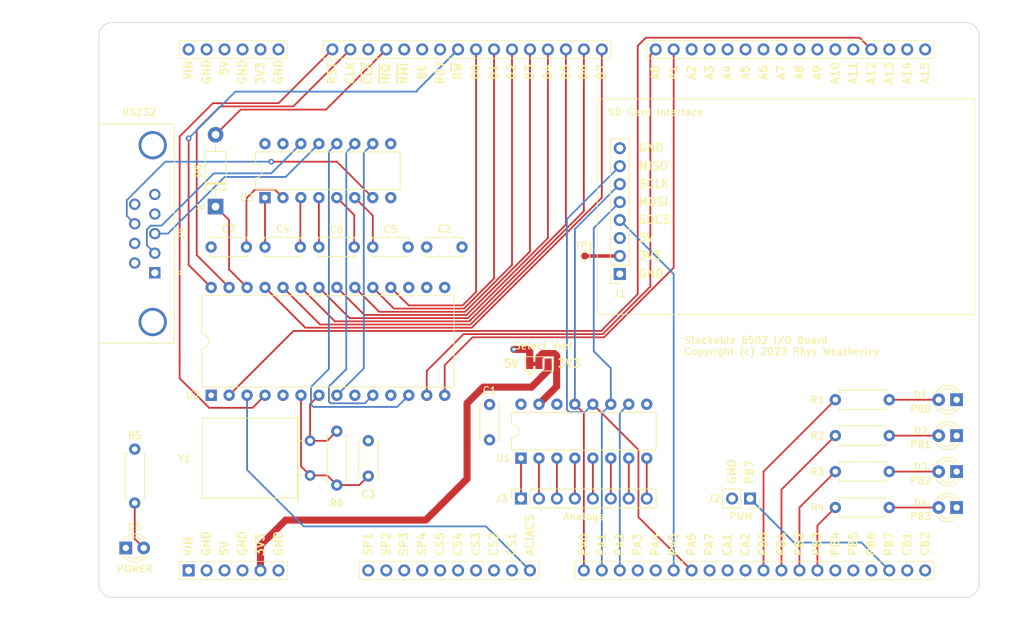
<source format=kicad_pcb>
(kicad_pcb (version 20221018) (generator pcbnew)
  (layers (0 "F.Cu" signal) (1 "In1.Cu" signal) (2 "In2.Cu" signal) (31 "B.Cu" signal) (34 "B.Paste" user) (35 "F.Paste" user) (36 "B.SilkS" user "B.Silkscreen") (37 "F.SilkS" user "F.Silkscreen") (38 "B.Mask" user) (39 "F.Mask" user) (44 "Edge.Cuts" user))
  (net 0 "")
  (net 1 "VDD")
  (net 2 "GND")
  (net 3 "+5V")
  (net 4 "+3V3")
  (net 14 "ACIACS")
  (net 15 "SCLK")
  (net 16 "MOSI")
  (net 17 "ADCCS")
  (net 18 "SPICS")
  (net 19 "p4")
  (net 20 "SDCS")
  (net 21 "MISO")
  (net 22 "p7")
  (net 23 "p8")
  (net 24 "p9")
  (net 25 "q0")
  (net 26 "q1")
  (net 27 "q2")
  (net 28 "q3")
  (net 29 "q4")
  (net 30 "q5")
  (net 31 "q6")
  (net 32 "q7")
  (net 33 "q8")
  (net 34 "q9")
  (net 35 "a15")
  (net 36 "a14")
  (net 37 "a13")
  (net 38 "a12")
  (net 39 "a11")
  (net 40 "a10")
  (net 41 "a9")
  (net 42 "a8")
  (net 43 "a7")
  (net 44 "a6")
  (net 45 "a5")
  (net 46 "a4")
  (net 47 "a3")
  (net 48 "a2")
  (net 49 "a1")
  (net 50 "a0")
  (net 51 "d7")
  (net 52 "d6")
  (net 53 "d5")
  (net 54 "d4")
  (net 55 "d3")
  (net 56 "d2")
  (net 57 "d1")
  (net 58 "d0")
  (net 59 "RW")
  (net 63 "IRQ")
  (net 65 "CLK")
  (net 66 "RESET")
  (net 67 "Net-(D1-A)")
  (net 68 "Net-(D2-A)")
  (net 69 "Net-(D3-A)")
  (net 70 "Net-(D4-A)")
  (net 71 "Net-(D5-A)")
  (net 72 "Net-(D6-K)")
  (net 73 "Net-(J1-Pin_2)")
  (net 74 "Net-(U2-XTAL1)")
  (net 75 "Net-(U3-C1+)")
  (net 76 "Net-(U3-C1-)")
  (net 77 "Net-(U3-VS-)")
  (net 78 "Net-(U3-C2+)")
  (net 79 "Net-(U3-C2-)")
  (net 80 "Net-(U3-VS+)")
  (net 81 "Net-(U3-T1OUT)")
  (net 82 "Net-(U3-R1IN)")
  (net 83 "Net-(U3-T2OUT)")
  (net 84 "Net-(U2-XTAL2)")
  (net 86 "Net-(U2-~{RTS})")
  (net 87 "Net-(U2-TxD)")
  (net 89 "Net-(U2-RxD)")
  (net 92 "Net-(J3-Pin_8)")
  (net 93 "Net-(J3-Pin_7)")
  (net 94 "Net-(J3-Pin_6)")
  (net 95 "Net-(J3-Pin_5)")
  (net 96 "Net-(J3-Pin_4)")
  (net 97 "Net-(J3-Pin_3)")
  (net 98 "Net-(J3-Pin_2)")
  (net 99 "Net-(J3-Pin_1)")
  (net 106 "Net-(JP1-C)")
  (footprint "Capacitor_THT:C_Disc_D5.0mm_W2.5mm_P5.00mm" (layer "F.Cu") (at 125.015 53.975 180)
    (fp_text reference "C2")
    (fp_text value "100nF")
  )
  (footprint "Connector_PinSocket_2.54mm:PinSocket_1x08_P2.54mm_Vertical" (layer "F.Cu") (at 133.35 89.535 90)
    (fp_text reference "J3")
    (fp_text value "Analogs")
  )
  (footprint "Crystal:Crystal_HC49-U_Horizontal" (layer "F.Cu") (at 103.535 81.37 -90)
    (fp_text reference "Y1")
    (fp_text value "1.8432MHz")
  )
  (footprint "Resistor_THT:R_Axial_DIN0207_L6.3mm_D2.5mm_P7.62mm_Horizontal" (layer "F.Cu") (at 177.8 75.565)
    (fp_text reference "R1")
    (fp_text value "1K")
  )
  (footprint "Resistor_THT:R_Axial_DIN0207_L6.3mm_D2.5mm_P7.62mm_Horizontal" (layer "F.Cu") (at 107.315 87.63 90)
    (fp_text reference "R6")
    (fp_text value "1M")
  )
  (footprint "LED_THT:LED_D3.0mm" (layer "F.Cu") (at 194.945 85.725 180)
    (fp_text reference "D3")
    (fp_text value "PB2")
  )
  (footprint "Capacitor_THT:C_Disc_D5.0mm_W2.5mm_P5.00mm" (layer "F.Cu") (at 94.535 53.975 180)
    (fp_text reference "C7")
    (fp_text value "1uF")
  )
  (footprint "Resistor_THT:R_Axial_DIN0207_L6.3mm_D2.5mm_P7.62mm_Horizontal" (layer "F.Cu") (at 177.8 85.725)
    (fp_text reference "R3")
    (fp_text value "1K")
  )
  (footprint "LED_THT:LED_D3.0mm" (layer "F.Cu") (at 194.945 75.565 180)
    (fp_text reference "D1")
    (fp_text value "PB0")
  )
  (footprint "Capacitor_THT:C_Disc_D5.0mm_W2.5mm_P5.00mm" (layer "F.Cu") (at 128.905 76.24 -90)
    (fp_text reference "C1")
    (fp_text value "100nF")
  )
  (footprint "Resistor_THT:R_Axial_DIN0207_L6.3mm_D2.5mm_P7.62mm_Horizontal" (layer "F.Cu") (at 177.8 90.805)
    (fp_text reference "R4")
    (fp_text value "1K")
  )
  (footprint "LED_THT:LED_D3.0mm" (layer "F.Cu") (at 77.47 96.52)
    (fp_text reference "D5")
    (fp_text value "POWER")
  )
  (footprint "Diode_THT:D_DO-41_SOD81_P10.16mm_Horizontal" (layer "F.Cu") (at 90.17 48.26 90)
    (fp_text reference "D6")
    (fp_text value "SB140")
  )
  (footprint "Connector_PinSocket_2.54mm:PinSocket_1x08_P2.54mm_Vertical" (layer "F.Cu") (at 147.32 57.785 180)
    (fp_text reference "J1")
    (fp_text value "SD Card Interface")
  )
  (footprint "Resistor_THT:R_Axial_DIN0207_L6.3mm_D2.5mm_P7.62mm_Horizontal" (layer "F.Cu") (at 78.74 82.55 -90)
    (fp_text reference "R5")
    (fp_text value "1K")
  )
  (footprint "Capacitor_THT:C_Disc_D5.0mm_W2.5mm_P5.00mm" (layer "F.Cu") (at 112.395 53.975)
    (fp_text reference "C5")
    (fp_text value "1uF")
  )
  (footprint "Package_DIP:DIP-16_W7.62mm" (layer "F.Cu") (at 97.155 46.99 90)
    (fp_text reference "U3")
    (fp_text value "MAX232")
  )
  (footprint "Package_DIP:DIP-28_W15.24mm" (layer "F.Cu") (at 89.545 74.935 90)
    (fp_text reference "U2")
    (fp_text value "W65C51NxP")
  )
  (footprint "Connector_Dsub:DSUB-9_Female_Horizontal_P2.77x2.84mm_EdgePinOffset4.94mm_Housed_MountingHolesOffset7.48mm" (layer "F.Cu") (at 81.58 57.62 -90)
    (fp_text reference "J4")
    (fp_text value "RS232")
  )
  (footprint "Jumper:SolderJumper-3_P1.3mm_Bridged12_Pad1.0x1.5mm" (layer "F.Cu") (at 135.89 70.485)
    (fp_text reference "JP1" hide)
    (fp_text value "Select Vref")
  )
  (footprint "Capacitor_THT:C_Disc_D5.0mm_W2.5mm_P5.00mm" (layer "F.Cu") (at 111.76 86.36 90)
    (fp_text reference "C3")
    (fp_text value "20pF")
  )
  (footprint "Resistor_THT:R_Axial_DIN0207_L6.3mm_D2.5mm_P7.62mm_Horizontal" (layer "F.Cu") (at 177.8 80.645)
    (fp_text reference "R2")
    (fp_text value "1K")
  )
  (footprint "Capacitor_THT:C_Disc_D5.0mm_W2.5mm_P5.00mm" (layer "F.Cu") (at 104.775 53.975)
    (fp_text reference "C6")
    (fp_text value "1uF")
  )
  (footprint "LED_THT:LED_D3.0mm" (layer "F.Cu") (at 194.945 90.805 180)
    (fp_text reference "D4")
    (fp_text value "PB3")
  )
  (footprint "Stackable6502Shield:Stackable6502Shield" (layer "F.Cu") (at 137.16 64.135)
    (fp_text reference "A1" hide)
    (fp_text value "Shield")
  )
  (footprint "LED_THT:LED_D3.0mm" (layer "F.Cu") (at 194.945 80.645 180)
    (fp_text reference "D2")
    (fp_text value "PB1")
  )
  (footprint "Connector_PinSocket_2.54mm:PinSocket_1x02_P2.54mm_Vertical" (layer "F.Cu") (at 165.735 89.535 -90)
    (fp_text reference "J2")
    (fp_text value "PWM")
  )
  (footprint "Package_DIP:DIP-16_W7.62mm" (layer "F.Cu") (at 133.35 83.82 90)
    (fp_text reference "U1")
    (fp_text value "MCP3208")
  )
  (footprint "Capacitor_THT:C_Disc_D5.0mm_W2.5mm_P5.00mm" (layer "F.Cu") (at 97.155 53.975)
    (fp_text reference "C4")
    (fp_text value "1uF")
  )
  (footprint "TestPoint:TestPoint_Pad_D1.0mm" (layer "F.Cu") (at 142.367 55.245)
    (fp_text reference "TP1")
    (fp_text value "SD 3.3V Output")
  )
  (gr_rect (start 144.145 33.02) (end 197.485 63.5) (stroke (width 0.1)) (fill none) (layer "F.SilkS"))
  (gr_arc (start 73.66 24.13) (mid 74.217962 22.782962) (end 75.565 22.225) (stroke (width 0.1)) (layer "Edge.Cuts"))
  (gr_line (start 196.215 103.505) (end 75.565 103.505) (stroke (width 0.1)) (layer "Edge.Cuts"))
  (gr_line (start 75.565 22.225) (end 196.215 22.225) (stroke (width 0.1)) (layer "Edge.Cuts"))
  (gr_line (start 73.66 101.6) (end 73.66 24.13) (stroke (width 0.1)) (layer "Edge.Cuts"))
  (gr_line (start 198.12 24.13) (end 198.12 101.6) (stroke (width 0.1)) (layer "Edge.Cuts"))
  (gr_arc (start 75.565 103.505) (mid 74.217962 102.947038) (end 73.66 101.6) (stroke (width 0.1)) (layer "Edge.Cuts"))
  (gr_arc (start 198.12 101.6) (mid 197.562038 102.947038) (end 196.215 103.505) (stroke (width 0.1)) (layer "Edge.Cuts"))
  (gr_arc (start 196.215 22.225) (mid 197.562038 22.782962) (end 198.12 24.13) (stroke (width 0.1)) (layer "Edge.Cuts"))
  (gr_text "5V" (at 130.81 71.12) (layer "F.SilkS") (effects (font (size 1.15 1.15) (thickness 0.2) bold) (justify left bottom)))
  (gr_text "MOSI" (at 149.86 48.26) (layer "F.SilkS") (effects (font (size 1.15 1.15) (thickness 0.2) bold) (justify left bottom)))
  (gr_text "3V3" (at 149.86 55.88) (layer "F.SilkS") (effects (font (size 1.15 1.15) (thickness 0.2) bold) (justify left bottom)))
  (gr_text "3V3" (at 138.43 71.12) (layer "F.SilkS") (effects (font (size 1.15 1.15) (thickness 0.2) bold) (justify left bottom)))
  (gr_text "GND" (at 149.86 58.42) (layer "F.SilkS") (effects (font (size 1.15 1.15) (thickness 0.2) bold) (justify left bottom)))
  (gr_text "GND" (at 163.83 87.63 90) (layer "F.SilkS") (effects (font (size 1.15 1.15) (thickness 0.2) bold) (justify left bottom)))
  (gr_text "PB7" (at 166.37 87.63 90) (layer "F.SilkS") (effects (font (size 1.15 1.15) (thickness 0.2) bold) (justify left bottom)))
  (gr_text "MISO" (at 149.86 43.18) (layer "F.SilkS") (effects (font (size 1.15 1.15) (thickness 0.2) bold) (justify left bottom)))
  (gr_text "GND" (at 149.86 40.64) (layer "F.SilkS") (effects (font (size 1.15 1.15) (thickness 0.2) bold) (justify left bottom)))
  (gr_text "SDCS" (at 149.86 50.8) (layer "F.SilkS") (effects (font (size 1.15 1.15) (thickness 0.2) bold) (justify left bottom)))
  (gr_text "SCLK" (at 149.86 45.72) (layer "F.SilkS") (effects (font (size 1.15 1.15) (thickness 0.2) bold) (justify left bottom)))
  (gr_text "5V" (at 149.86 53.34) (layer "F.SilkS") (effects (font (size 1.15 1.15) (thickness 0.2) bold) (justify left bottom)))
  (gr_text "Stackable 6502 I/O Board\nCopyright (c) 2023 Rhys Weatherley" (at 156.337 69.342) (layer "F.SilkS") (effects (font (size 1 1)) (justify left bottom)))
  (segment (start 134.59 68.804) (end 134.239 68.453) (width 1) (layer "F.Cu") (net 3))
  (segment (start 134.239 68.453) (end 132.334 68.453) (width 1) (layer "F.Cu") (net 3))
  (segment (start 134.59 70.485) (end 134.59 68.804) (width 1) (layer "F.Cu") (net 3))
  (via (at 132.334 68.453) (size 0.8) (drill 0.4) (layers "F.Cu" "B.Cu") (net 3))
  (segment (start 119.888 92.583) (end 125.73 86.741) (width 1) (layer "F.Cu") (net 4))
  (segment (start 125.73 76.073) (end 128.016 73.787) (width 1) (layer "F.Cu") (net 4))
  (segment (start 128.016 73.787) (end 134.82795 73.787) (width 1) (layer "F.Cu") (net 4))
  (segment (start 125.73 86.741) (end 125.73 76.073) (width 1) (layer "F.Cu") (net 4))
  (segment (start 96.52 99.695) (end 96.52 96.139) (width 1) (layer "F.Cu") (net 4))
  (segment (start 96.52 96.139) (end 100.076 92.583) (width 1) (layer "F.Cu") (net 4))
  (segment (start 100.076 92.583) (end 119.888 92.583) (width 1) (layer "F.Cu") (net 4))
  (segment (start 137.19 71.42495) (end 137.19 70.485) (width 1) (layer "F.Cu") (net 4))
  (segment (start 134.82795 73.787) (end 137.19 71.42495) (width 1) (layer "F.Cu") (net 4))
  (segment (start 128.397 93.472) (end 134.62 99.695) (width 0.25) (layer "B.Cu") (net 14))
  (segment (start 94.625 74.935) (end 94.625 85.481) (width 0.25) (layer "B.Cu") (net 14))
  (segment (start 94.625 85.481) (end 102.616 93.472) (width 0.25) (layer "B.Cu") (net 14))
  (segment (start 102.616 93.472) (end 128.397 93.472) (width 0.25) (layer "B.Cu") (net 14))
  (segment (start 142.24 77.47) (end 140.97 76.2) (width 0.25) (layer "F.Cu") (net 15))
  (segment (start 142.24 99.695) (end 142.24 77.47) (width 0.25) (layer "F.Cu") (net 15))
  (segment (start 140.97 76.2) (end 140.97 51.435) (width 0.25) (layer "B.Cu") (net 15))
  (segment (start 140.97 51.435) (end 147.32 45.085) (width 0.25) (layer "B.Cu") (net 15))
  (segment (start 146.05 71.12) (end 143.637 68.707) (width 0.25) (layer "B.Cu") (net 16))
  (segment (start 143.637 51.308) (end 143.637 68.707) (width 0.25) (layer "B.Cu") (net 16))
  (segment (start 144.78 77.47) (end 146.05 76.2) (width 0.25) (layer "B.Cu") (net 16))
  (segment (start 144.78 99.695) (end 144.78 77.47) (width 0.25) (layer "B.Cu") (net 16))
  (segment (start 147.32 47.625) (end 143.637 51.308) (width 0.25) (layer "B.Cu") (net 16))
  (segment (start 146.05 76.2) (end 146.05 71.12) (width 0.25) (layer "B.Cu") (net 16))
  (segment (start 147.32 77.47) (end 148.59 76.2) (width 0.25) (layer "B.Cu") (net 17))
  (segment (start 147.32 99.695) (end 147.32 77.47) (width 0.25) (layer "B.Cu") (net 17))
  (segment (start 147.32 50.165) (end 154.94 57.785) (width 0.25) (layer "B.Cu") (net 20))
  (segment (start 154.94 57.785) (end 154.94 99.695) (width 0.25) (layer "B.Cu") (net 20))
  (segment (start 157.48 99.695) (end 149.955 92.17) (width 0.25) (layer "F.Cu") (net 21))
  (segment (start 149.955 92.17) (end 149.955 82.645) (width 0.25) (layer "F.Cu") (net 21))
  (segment (start 149.955 82.645) (end 143.51 76.2) (width 0.25) (layer "F.Cu") (net 21))
  (segment (start 139.845 50.02) (end 139.845 76.98) (width 0.25) (layer "B.Cu") (net 21))
  (segment (start 140.19 77.325) (end 142.385 77.325) (width 0.25) (layer "B.Cu") (net 21))
  (segment (start 139.845 76.98) (end 140.19 77.325) (width 0.25) (layer "B.Cu") (net 21))
  (segment (start 147.32 42.545) (end 139.845 50.02) (width 0.25) (layer "B.Cu") (net 21))
  (segment (start 142.385 77.325) (end 143.51 76.2) (width 0.25) (layer "B.Cu") (net 21))
  (segment (start 167.64 99.695) (end 167.64 85.725) (width 0.25) (layer "F.Cu") (net 25))
  (segment (start 167.64 85.725) (end 177.8 75.565) (width 0.25) (layer "F.Cu") (net 25))
  (segment (start 170.18 99.695) (end 170.18 88.265) (width 0.25) (layer "F.Cu") (net 26))
  (segment (start 170.18 88.265) (end 177.8 80.645) (width 0.25) (layer "F.Cu") (net 26))
  (segment (start 172.72 90.805) (end 177.8 85.725) (width 0.25) (layer "F.Cu") (net 27))
  (segment (start 172.72 99.695) (end 172.72 90.805) (width 0.25) (layer "F.Cu") (net 27))
  (segment (start 175.26 99.695) (end 175.26 93.345) (width 0.25) (layer "F.Cu") (net 28))
  (segment (start 175.26 93.345) (end 177.8 90.805) (width 0.25) (layer "F.Cu") (net 28))
  (segment (start 181.483 95.758) (end 185.42 99.695) (width 0.25) (layer "B.Cu") (net 32))
  (segment (start 165.735 89.535) (end 171.958 95.758) (width 0.25) (layer "B.Cu") (net 32))
  (segment (start 171.958 95.758) (end 181.483 95.758) (width 0.25) (layer "B.Cu") (net 32))
  (segment (start 144.720604 65.844) (end 145.034 65.530604) (width 0.25) (layer "F.Cu") (net 38))
  (segment (start 149.86 25.527) (end 151.003 24.384) (width 0.25) (layer "F.Cu") (net 38))
  (segment (start 149.86 60.637) (end 149.86 25.527) (width 0.25) (layer "F.Cu") (net 38))
  (segment (start 181.229 24.384) (end 182.88 26.035) (width 0.25) (layer "F.Cu") (net 38))
  (segment (start 101.176 65.844) (end 144.720604 65.844) (width 0.25) (layer "F.Cu") (net 38))
  (segment (start 92.085 74.935) (end 101.176 65.844) (width 0.25) (layer "F.Cu") (net 38))
  (segment (start 145.034 65.530604) (end 145.034 65.463) (width 0.25) (layer "F.Cu") (net 38))
  (segment (start 145.034 65.463) (end 149.86 60.637) (width 0.25) (layer "F.Cu") (net 38))
  (segment (start 151.003 24.384) (end 181.229 24.384) (width 0.25) (layer "F.Cu") (net 38))
  (segment (start 145.093396 66.744) (end 126.492 66.744) (width 0.25) (layer "F.Cu") (net 49))
  (segment (start 122.565 70.671) (end 122.565 74.935) (width 0.25) (layer "F.Cu") (net 49))
  (segment (start 154.94 26.035) (end 154.94 56.897396) (width 0.25) (layer "F.Cu") (net 49))
  (segment (start 126.492 66.744) (end 122.565 70.671) (width 0.25) (layer "F.Cu") (net 49))
  (segment (start 154.94 56.897396) (end 145.093396 66.744) (width 0.25) (layer "F.Cu") (net 49))
  (segment (start 144.907 66.294) (end 125.222 66.294) (width 0.25) (layer "F.Cu") (net 50))
  (segment (start 151.638 26.797) (end 151.638 59.563) (width 0.25) (layer "F.Cu") (net 50))
  (segment (start 152.4 26.035) (end 151.638 26.797) (width 0.25) (layer "F.Cu") (net 50))
  (segment (start 125.222 66.294) (end 120.025 71.491) (width 0.25) (layer "F.Cu") (net 50))
  (segment (start 151.638 59.563) (end 144.907 66.294) (width 0.25) (layer "F.Cu") (net 50))
  (segment (start 120.025 71.491) (end 120.025 74.935) (width 0.25) (layer "F.Cu") (net 50))
  (segment (start 144.78 46.999772) (end 126.399772 65.38) (width 0.25) (layer "F.Cu") (net 51))
  (segment (start 144.78 26.035) (end 144.78 46.999772) (width 0.25) (layer "F.Cu") (net 51))
  (segment (start 126.399772 65.38) (end 102.85 65.38) (width 0.25) (layer "F.Cu") (net 51))
  (segment (start 102.85 65.38) (end 97.165 59.695) (width 0.25) (layer "F.Cu") (net 51))
  (segment (start 104.94 64.93) (end 99.705 59.695) (width 0.25) (layer "F.Cu") (net 52))
  (segment (start 126.213376 64.93) (end 104.94 64.93) (width 0.25) (layer "F.Cu") (net 52))
  (segment (start 142.24 26.035) (end 142.24 48.903376) (width 0.25) (layer "F.Cu") (net 52))
  (segment (start 142.24 48.903376) (end 126.213376 64.93) (width 0.25) (layer "F.Cu") (net 52))
  (segment (start 126.02698 64.48) (end 107.03 64.48) (width 0.25) (layer "F.Cu") (net 53))
  (segment (start 139.7 26.035) (end 139.7 50.80698) (width 0.25) (layer "F.Cu") (net 53))
  (segment (start 107.03 64.48) (end 102.245 59.695) (width 0.25) (layer "F.Cu") (net 53))
  (segment (start 139.7 50.80698) (end 126.02698 64.48) (width 0.25) (layer "F.Cu") (net 53))
  (segment (start 137.16 26.035) (end 137.16 52.710584) (width 0.25) (layer "F.Cu") (net 54))
  (segment (start 125.840584 64.03) (end 109.12 64.03) (width 0.25) (layer "F.Cu") (net 54))
  (segment (start 109.12 64.03) (end 104.785 59.695) (width 0.25) (layer "F.Cu") (net 54))
  (segment (start 137.16 52.710584) (end 125.840584 64.03) (width 0.25) (layer "F.Cu") (net 54))
  (segment (start 134.62 54.614188) (end 125.654188 63.58) (width 0.25) (layer "F.Cu") (net 55))
  (segment (start 134.62 26.035) (end 134.62 54.614188) (width 0.25) (layer "F.Cu") (net 55))
  (segment (start 111.21 63.58) (end 107.325 59.695) (width 0.25) (layer "F.Cu") (net 55))
  (segment (start 125.654188 63.58) (end 111.21 63.58) (width 0.25) (layer "F.Cu") (net 55))
  (segment (start 132.08 56.517792) (end 125.467792 63.13) (width 0.25) (layer "F.Cu") (net 56))
  (segment (start 132.08 26.035) (end 132.08 56.517792) (width 0.25) (layer "F.Cu") (net 56))
  (segment (start 125.467792 63.13) (end 113.3 63.13) (width 0.25) (layer "F.Cu") (net 56))
  (segment (start 113.3 63.13) (end 109.865 59.695) (width 0.25) (layer "F.Cu") (net 56))
  (segment (start 115.39 62.68) (end 112.405 59.695) (width 0.25) (layer "F.Cu") (net 57))
  (segment (start 125.281396 62.68) (end 115.39 62.68) (width 0.25) (layer "F.Cu") (net 57))
  (segment (start 129.54 58.421396) (end 125.281396 62.68) (width 0.25) (layer "F.Cu") (net 57))
  (segment (start 129.54 26.035) (end 129.54 58.421396) (width 0.25) (layer "F.Cu") (net 57))
  (segment (start 116.205 60.96) (end 116.205 60.955) (width 0.25) (layer "F.Cu") (net 58))
  (segment (start 127 26.035) (end 127 60.325) (width 0.25) (layer "F.Cu") (net 58))
  (segment (start 117.475 62.23) (end 116.205 60.96) (width 0.25) (layer "F.Cu") (net 58))
  (segment (start 125.095 62.23) (end 117.475 62.23) (width 0.25) (layer "F.Cu") (net 58))
  (segment (start 127 60.325) (end 125.095 62.23) (width 0.25) (layer "F.Cu") (net 58))
  (segment (start 116.205 60.955) (end 114.945 59.695) (width 0.25) (layer "F.Cu") (net 58))
  (segment (start 89.545 59.695) (end 86.36 56.51) (width 0.25) (layer "F.Cu") (net 59))
  (segment (start 86.36 56.51) (end 86.36 38.608) (width 0.25) (layer "F.Cu") (net 59))
  (via (at 86.36 38.608) (size 0.8) (drill 0.4) (layers "F.Cu" "B.Cu") (net 59))
  (segment (start 92.964 32.004) (end 118.618 32.004) (width 0.25) (layer "B.Cu") (net 59))
  (segment (start 86.36 38.608) (end 92.964 32.004) (width 0.25) (layer "B.Cu") (net 59))
  (segment (start 118.618 32.004) (end 118.618 31.877) (width 0.25) (layer "B.Cu") (net 59))
  (segment (start 118.618 31.877) (end 124.46 26.035) (width 0.25) (layer "B.Cu") (net 59))
  (segment (start 93.726 34.544) (end 105.791 34.544) (width 0.25) (layer "F.Cu") (net 63))
  (segment (start 105.791 34.544) (end 114.3 26.035) (width 0.25) (layer "F.Cu") (net 63))
  (segment (start 90.17 38.1) (end 93.726 34.544) (width 0.25) (layer "F.Cu") (net 63))
  (segment (start 90.805 34.094) (end 87.503 37.396) (width 0.25) (layer "F.Cu") (net 65))
  (segment (start 101.161 34.094) (end 90.805 34.094) (width 0.25) (layer "F.Cu") (net 65))
  (segment (start 109.22 26.035) (end 101.161 34.094) (width 0.25) (layer "F.Cu") (net 65))
  (segment (start 87.503 55.113) (end 92.085 59.695) (width 0.25) (layer "F.Cu") (net 65))
  (segment (start 87.503 37.396) (end 87.503 55.113) (width 0.25) (layer "F.Cu") (net 65))
  (segment (start 95.392 76.708) (end 89.25838 76.708) (width 0.25) (layer "F.Cu") (net 66))
  (segment (start 89.789 33.644) (end 99.071 33.644) (width 0.25) (layer "F.Cu") (net 66))
  (segment (start 85.09 70.358) (end 85.09 38.343) (width 0.25) (layer "F.Cu") (net 66))
  (segment (start 85.09 72.53962) (end 85.09 69.342) (width 0.25) (layer "F.Cu") (net 66))
  (segment (start 97.165 74.935) (end 95.392 76.708) (width 0.25) (layer "F.Cu") (net 66))
  (segment (start 89.25838 76.708) (end 85.09 72.53962) (width 0.25) (layer "F.Cu") (net 66))
  (segment (start 99.071 33.644) (end 106.68 26.035) (width 0.25) (layer "F.Cu") (net 66))
  (segment (start 85.09 38.343) (end 89.789 33.644) (width 0.25) (layer "F.Cu") (net 66))
  (segment (start 185.42 75.565) (end 192.405 75.565) (width 0.25) (layer "F.Cu") (net 67))
  (segment (start 192.405 80.645) (end 185.42 80.645) (width 0.25) (layer "F.Cu") (net 68))
  (segment (start 185.42 85.725) (end 192.405 85.725) (width 0.25) (layer "F.Cu") (net 69))
  (segment (start 192.405 90.805) (end 185.42 90.805) (width 0.25) (layer "F.Cu") (net 70))
  (segment (start 78.74 95.25) (end 80.01 96.52) (width 0.25) (layer "F.Cu") (net 71))
  (segment (start 78.74 90.17) (end 78.74 95.25) (width 0.25) (layer "F.Cu") (net 71))
  (segment (start 94.625 59.695) (end 92.075 57.145) (width 0.25) (layer "F.Cu") (net 72))
  (segment (start 92.075 57.145) (end 92.075 50.165) (width 0.25) (layer "F.Cu") (net 72))
  (segment (start 92.075 50.165) (end 90.17 48.26) (width 0.25) (layer "F.Cu") (net 72))
  (segment (start 147.32 55.245) (end 142.367 55.245) (width 0.5) (layer "F.Cu") (net 73))
  (segment (start 103.535 86.27) (end 105.955 86.27) (width 0.25) (layer "F.Cu") (net 74))
  (segment (start 102.245 74.935) (end 102.245 84.98) (width 0.25) (layer "F.Cu") (net 74))
  (segment (start 110.49 87.63) (end 111.76 86.36) (width 0.25) (layer "F.Cu") (net 74))
  (segment (start 107.315 87.63) (end 110.49 87.63) (width 0.25) (layer "F.Cu") (net 74))
  (segment (start 102.245 84.98) (end 103.535 86.27) (width 0.25) (layer "F.Cu") (net 74))
  (segment (start 105.955 86.27) (end 107.315 87.63) (width 0.25) (layer "F.Cu") (net 74))
  (segment (start 97.155 53.975) (end 97.155 46.99) (width 0.25) (layer "F.Cu") (net 75))
  (segment (start 102.155 53.975) (end 102.155 47.07) (width 0.25) (layer "F.Cu") (net 76))
  (segment (start 102.155 47.07) (end 102.235 46.99) (width 0.25) (layer "F.Cu") (net 76))
  (segment (start 112.395 53.975) (end 112.395 49.53) (width 0.25) (layer "F.Cu") (net 77))
  (segment (start 112.395 49.53) (end 109.855 46.99) (width 0.25) (layer "F.Cu") (net 77))
  (segment (start 104.775 53.975) (end 104.775 46.99) (width 0.25) (layer "F.Cu") (net 78))
  (segment (start 109.775 53.975) (end 109.775 49.45) (width 0.25) (layer "F.Cu") (net 79))
  (segment (start 109.775 49.45) (end 107.315 46.99) (width 0.25) (layer "F.Cu") (net 79))
  (segment (start 99.695 46.99) (end 98.57 45.865) (width 0.25) (layer "F.Cu") (net 80))
  (segment (start 94.535 47.07) (end 94.535 53.975) (width 0.25) (layer "F.Cu") (net 80))
  (segment (start 98.57 45.865) (end 95.74 45.865) (width 0.25) (layer "F.Cu") (net 80))
  (segment (start 95.74 45.865) (end 94.535 47.07) (width 0.25) (layer "F.Cu") (net 80))
  (segment (start 80.455 53.725) (end 81.58 54.85) (width 0.25) (layer "B.Cu") (net 81))
  (segment (start 98.044 43.561) (end 89.916 43.561) (width 0.25) (layer "B.Cu") (net 81))
  (segment (start 89.916 43.561) (end 82.522 50.955) (width 0.25) (layer "B.Cu") (net 81))
  (segment (start 82.522 50.955) (end 80.998 50.955) (width 0.25) (layer "B.Cu") (net 81))
  (segment (start 80.455 51.498) (end 80.455 53.725) (width 0.25) (layer "B.Cu") (net 81))
  (segment (start 80.998 50.955) (end 80.455 51.498) (width 0.25) (layer "B.Cu") (net 81))
  (segment (start 102.235 39.37) (end 98.044 43.561) (width 0.25) (layer "B.Cu") (net 81))
  (segment (start 100.076 44.069) (end 104.775 39.37) (width 0.25) (layer "B.Cu") (net 82))
  (segment (start 83.429 52.08) (end 91.44 44.069) (width 0.25) (layer "B.Cu") (net 82))
  (segment (start 81.58 52.08) (end 83.429 52.08) (width 0.25) (layer "B.Cu") (net 82))
  (segment (start 91.44 44.069) (end 100.076 44.069) (width 0.25) (layer "B.Cu") (net 82))
  (segment (start 107.315 41.91) (end 112.395 46.99) (width 0.25) (layer "F.Cu") (net 83))
  (segment (start 98.044 41.91) (end 107.315 41.91) (width 0.25) (layer "F.Cu") (net 83))
  (via (at 98.044 41.91) (size 0.8) (drill 0.4) (layers "F.Cu" "B.Cu") (net 83))
  (segment (start 78.74 50.695) (end 77.615 49.57) (width 0.25) (layer "B.Cu") (net 83))
  (segment (start 77.615 47.353) (end 83.058 41.91) (width 0.25) (layer "B.Cu") (net 83))
  (segment (start 83.058 41.91) (end 98.044 41.91) (width 0.25) (layer "B.Cu") (net 83))
  (segment (start 77.615 49.57) (end 77.615 47.353) (width 0.25) (layer "B.Cu") (net 83))
  (segment (start 105.955 81.37) (end 107.315 80.01) (width 0.25) (layer "F.Cu") (net 84))
  (segment (start 103.535 81.37) (end 105.955 81.37) (width 0.25) (layer "F.Cu") (net 84))
  (segment (start 103.535 76.185) (end 104.785 74.935) (width 0.25) (layer "F.Cu") (net 84))
  (segment (start 103.535 81.37) (end 103.535 76.185) (width 0.25) (layer "F.Cu") (net 84))
  (segment (start 112.395 39.37) (end 111.125 40.64) (width 0.25) (layer "B.Cu") (net 86))
  (segment (start 111.125 71.135) (end 107.325 74.935) (width 0.25) (layer "B.Cu") (net 86))
  (segment (start 111.125 40.64) (end 111.125 71.135) (width 0.25) (layer "B.Cu") (net 86))
  (segment (start 111.267 76.073) (end 112.405 74.935) (width 0.25) (layer "B.Cu") (net 87))
  (segment (start 109.855 39.37) (end 108.65 40.575) (width 0.25) (layer "B.Cu") (net 87))
  (segment (start 108.65 40.575) (end 108.65 71.247) (width 0.25) (layer "B.Cu") (net 87))
  (segment (start 106.426 76.073) (end 111.267 76.073) (width 0.25) (layer "B.Cu") (net 87))
  (segment (start 106.2 73.697) (end 106.2 75.847) (width 0.25) (layer "B.Cu") (net 87))
  (segment (start 108.65 71.247) (end 106.2 73.697) (width 0.25) (layer "B.Cu") (net 87))
  (segment (start 106.2 75.847) (end 106.426 76.073) (width 0.25) (layer "B.Cu") (net 87))
  (segment (start 115.839 76.581) (end 117.485 74.935) (width 0.25) (layer "B.Cu") (net 89))
  (segment (start 103.66 76.228) (end 104.013 76.581) (width 0.25) (layer "B.Cu") (net 89))
  (segment (start 103.66 73.759) (end 103.66 76.228) (width 0.25) (layer "B.Cu") (net 89))
  (segment (start 106.19 40.495) (end 106.19 71.229) (width 0.25) (layer "B.Cu") (net 89))
  (segment (start 106.19 71.229) (end 103.66 73.759) (width 0.25) (layer "B.Cu") (net 89))
  (segment (start 104.013 76.581) (end 115.839 76.581) (width 0.25) (layer "B.Cu") (net 89))
  (segment (start 107.315 39.37) (end 106.19 40.495) (width 0.25) (layer "B.Cu") (net 89))
  (segment (start 151.13 89.535) (end 151.13 83.82) (width 0.25) (layer "F.Cu") (net 92))
  (segment (start 148.59 83.82) (end 148.59 89.535) (width 0.25) (layer "F.Cu") (net 93))
  (segment (start 146.05 89.535) (end 146.05 83.82) (width 0.25) (layer "F.Cu") (net 94))
  (segment (start 143.51 83.82) (end 143.51 89.535) (width 0.25) (layer "F.Cu") (net 95))
  (segment (start 140.97 83.82) (end 140.97 89.535) (width 0.25) (layer "F.Cu") (net 96))
  (segment (start 138.43 83.82) (end 138.43 89.535) (width 0.25) (layer "F.Cu") (net 97))
  (segment (start 135.89 89.535) (end 135.89 83.82) (width 0.25) (layer "F.Cu") (net 98))
  (segment (start 133.35 83.82) (end 133.35 89.535) (width 0.25) (layer "F.Cu") (net 99))
  (segment (start 135.89 70.485) (end 135.89 69.54505) (width 1) (layer "F.Cu") (net 106))
  (segment (start 135.89 69.54505) (end 136.40005 69.035) (width 1) (layer "F.Cu") (net 106))
  (segment (start 138.39 73.7) (end 135.89 76.2) (width 1) (layer "F.Cu") (net 106))
  (segment (start 138.39 69.977) (end 138.39 73.7) (width 1) (layer "F.Cu") (net 106))
  (segment (start 138.083 69.035) (end 138.39 69.342) (width 1) (layer "F.Cu") (net 106))
  (segment (start 138.39 69.342) (end 138.39 69.977) (width 1) (layer "F.Cu") (net 106))
  (segment (start 136.40005 69.035) (end 138.083 69.035) (width 1) (layer "F.Cu") (net 106))
)
</source>
